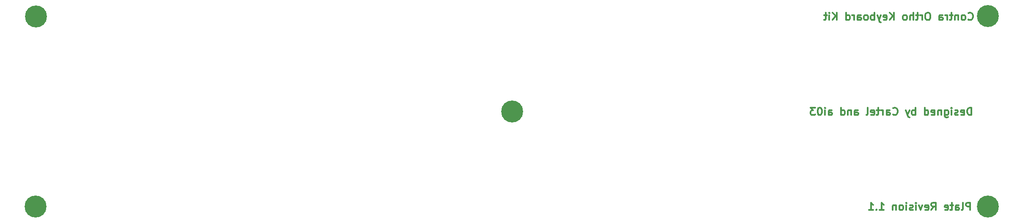
<source format=gbs>
%TF.GenerationSoftware,KiCad,Pcbnew,4.0.6*%
%TF.CreationDate,2018-01-01T22:22:08+09:00*%
%TF.ProjectId,DanckTopPlate,44616E636B546F70506C6174652E6B69,rev?*%
%TF.FileFunction,Soldermask,Bot*%
%FSLAX46Y46*%
G04 Gerber Fmt 4.6, Leading zero omitted, Abs format (unit mm)*
G04 Created by KiCad (PCBNEW 4.0.6) date 01/01/18 22:22:08*
%MOMM*%
%LPD*%
G01*
G04 APERTURE LIST*
%ADD10C,0.100000*%
%ADD11C,0.300000*%
%ADD12C,4.400000*%
G04 APERTURE END LIST*
D10*
D11*
X242898142Y-125138571D02*
X242898142Y-123638571D01*
X242326714Y-123638571D01*
X242183856Y-123710000D01*
X242112428Y-123781429D01*
X242040999Y-123924286D01*
X242040999Y-124138571D01*
X242112428Y-124281429D01*
X242183856Y-124352857D01*
X242326714Y-124424286D01*
X242898142Y-124424286D01*
X241183856Y-125138571D02*
X241326714Y-125067143D01*
X241398142Y-124924286D01*
X241398142Y-123638571D01*
X239969571Y-125138571D02*
X239969571Y-124352857D01*
X240041000Y-124210000D01*
X240183857Y-124138571D01*
X240469571Y-124138571D01*
X240612428Y-124210000D01*
X239969571Y-125067143D02*
X240112428Y-125138571D01*
X240469571Y-125138571D01*
X240612428Y-125067143D01*
X240683857Y-124924286D01*
X240683857Y-124781429D01*
X240612428Y-124638571D01*
X240469571Y-124567143D01*
X240112428Y-124567143D01*
X239969571Y-124495714D01*
X239469571Y-124138571D02*
X238898142Y-124138571D01*
X239255285Y-123638571D02*
X239255285Y-124924286D01*
X239183857Y-125067143D01*
X239040999Y-125138571D01*
X238898142Y-125138571D01*
X237826714Y-125067143D02*
X237969571Y-125138571D01*
X238255285Y-125138571D01*
X238398142Y-125067143D01*
X238469571Y-124924286D01*
X238469571Y-124352857D01*
X238398142Y-124210000D01*
X238255285Y-124138571D01*
X237969571Y-124138571D01*
X237826714Y-124210000D01*
X237755285Y-124352857D01*
X237755285Y-124495714D01*
X238469571Y-124638571D01*
X235112428Y-125138571D02*
X235612428Y-124424286D01*
X235969571Y-125138571D02*
X235969571Y-123638571D01*
X235398143Y-123638571D01*
X235255285Y-123710000D01*
X235183857Y-123781429D01*
X235112428Y-123924286D01*
X235112428Y-124138571D01*
X235183857Y-124281429D01*
X235255285Y-124352857D01*
X235398143Y-124424286D01*
X235969571Y-124424286D01*
X233898143Y-125067143D02*
X234041000Y-125138571D01*
X234326714Y-125138571D01*
X234469571Y-125067143D01*
X234541000Y-124924286D01*
X234541000Y-124352857D01*
X234469571Y-124210000D01*
X234326714Y-124138571D01*
X234041000Y-124138571D01*
X233898143Y-124210000D01*
X233826714Y-124352857D01*
X233826714Y-124495714D01*
X234541000Y-124638571D01*
X233326714Y-124138571D02*
X232969571Y-125138571D01*
X232612429Y-124138571D01*
X232041000Y-125138571D02*
X232041000Y-124138571D01*
X232041000Y-123638571D02*
X232112429Y-123710000D01*
X232041000Y-123781429D01*
X231969572Y-123710000D01*
X232041000Y-123638571D01*
X232041000Y-123781429D01*
X231398143Y-125067143D02*
X231255286Y-125138571D01*
X230969571Y-125138571D01*
X230826714Y-125067143D01*
X230755286Y-124924286D01*
X230755286Y-124852857D01*
X230826714Y-124710000D01*
X230969571Y-124638571D01*
X231183857Y-124638571D01*
X231326714Y-124567143D01*
X231398143Y-124424286D01*
X231398143Y-124352857D01*
X231326714Y-124210000D01*
X231183857Y-124138571D01*
X230969571Y-124138571D01*
X230826714Y-124210000D01*
X230112428Y-125138571D02*
X230112428Y-124138571D01*
X230112428Y-123638571D02*
X230183857Y-123710000D01*
X230112428Y-123781429D01*
X230041000Y-123710000D01*
X230112428Y-123638571D01*
X230112428Y-123781429D01*
X229183856Y-125138571D02*
X229326714Y-125067143D01*
X229398142Y-124995714D01*
X229469571Y-124852857D01*
X229469571Y-124424286D01*
X229398142Y-124281429D01*
X229326714Y-124210000D01*
X229183856Y-124138571D01*
X228969571Y-124138571D01*
X228826714Y-124210000D01*
X228755285Y-124281429D01*
X228683856Y-124424286D01*
X228683856Y-124852857D01*
X228755285Y-124995714D01*
X228826714Y-125067143D01*
X228969571Y-125138571D01*
X229183856Y-125138571D01*
X228040999Y-124138571D02*
X228040999Y-125138571D01*
X228040999Y-124281429D02*
X227969571Y-124210000D01*
X227826713Y-124138571D01*
X227612428Y-124138571D01*
X227469571Y-124210000D01*
X227398142Y-124352857D01*
X227398142Y-125138571D01*
X224755285Y-125138571D02*
X225612428Y-125138571D01*
X225183856Y-125138571D02*
X225183856Y-123638571D01*
X225326713Y-123852857D01*
X225469571Y-123995714D01*
X225612428Y-124067143D01*
X224112428Y-124995714D02*
X224041000Y-125067143D01*
X224112428Y-125138571D01*
X224183857Y-125067143D01*
X224112428Y-124995714D01*
X224112428Y-125138571D01*
X222612428Y-125138571D02*
X223469571Y-125138571D01*
X223040999Y-125138571D02*
X223040999Y-123638571D01*
X223183856Y-123852857D01*
X223326714Y-123995714D01*
X223469571Y-124067143D01*
X243147428Y-106088571D02*
X243147428Y-104588571D01*
X242790285Y-104588571D01*
X242576000Y-104660000D01*
X242433142Y-104802857D01*
X242361714Y-104945714D01*
X242290285Y-105231429D01*
X242290285Y-105445714D01*
X242361714Y-105731429D01*
X242433142Y-105874286D01*
X242576000Y-106017143D01*
X242790285Y-106088571D01*
X243147428Y-106088571D01*
X241076000Y-106017143D02*
X241218857Y-106088571D01*
X241504571Y-106088571D01*
X241647428Y-106017143D01*
X241718857Y-105874286D01*
X241718857Y-105302857D01*
X241647428Y-105160000D01*
X241504571Y-105088571D01*
X241218857Y-105088571D01*
X241076000Y-105160000D01*
X241004571Y-105302857D01*
X241004571Y-105445714D01*
X241718857Y-105588571D01*
X240433143Y-106017143D02*
X240290286Y-106088571D01*
X240004571Y-106088571D01*
X239861714Y-106017143D01*
X239790286Y-105874286D01*
X239790286Y-105802857D01*
X239861714Y-105660000D01*
X240004571Y-105588571D01*
X240218857Y-105588571D01*
X240361714Y-105517143D01*
X240433143Y-105374286D01*
X240433143Y-105302857D01*
X240361714Y-105160000D01*
X240218857Y-105088571D01*
X240004571Y-105088571D01*
X239861714Y-105160000D01*
X239147428Y-106088571D02*
X239147428Y-105088571D01*
X239147428Y-104588571D02*
X239218857Y-104660000D01*
X239147428Y-104731429D01*
X239076000Y-104660000D01*
X239147428Y-104588571D01*
X239147428Y-104731429D01*
X237790285Y-105088571D02*
X237790285Y-106302857D01*
X237861714Y-106445714D01*
X237933142Y-106517143D01*
X238075999Y-106588571D01*
X238290285Y-106588571D01*
X238433142Y-106517143D01*
X237790285Y-106017143D02*
X237933142Y-106088571D01*
X238218856Y-106088571D01*
X238361714Y-106017143D01*
X238433142Y-105945714D01*
X238504571Y-105802857D01*
X238504571Y-105374286D01*
X238433142Y-105231429D01*
X238361714Y-105160000D01*
X238218856Y-105088571D01*
X237933142Y-105088571D01*
X237790285Y-105160000D01*
X237075999Y-105088571D02*
X237075999Y-106088571D01*
X237075999Y-105231429D02*
X237004571Y-105160000D01*
X236861713Y-105088571D01*
X236647428Y-105088571D01*
X236504571Y-105160000D01*
X236433142Y-105302857D01*
X236433142Y-106088571D01*
X235147428Y-106017143D02*
X235290285Y-106088571D01*
X235575999Y-106088571D01*
X235718856Y-106017143D01*
X235790285Y-105874286D01*
X235790285Y-105302857D01*
X235718856Y-105160000D01*
X235575999Y-105088571D01*
X235290285Y-105088571D01*
X235147428Y-105160000D01*
X235075999Y-105302857D01*
X235075999Y-105445714D01*
X235790285Y-105588571D01*
X233790285Y-106088571D02*
X233790285Y-104588571D01*
X233790285Y-106017143D02*
X233933142Y-106088571D01*
X234218856Y-106088571D01*
X234361714Y-106017143D01*
X234433142Y-105945714D01*
X234504571Y-105802857D01*
X234504571Y-105374286D01*
X234433142Y-105231429D01*
X234361714Y-105160000D01*
X234218856Y-105088571D01*
X233933142Y-105088571D01*
X233790285Y-105160000D01*
X231933142Y-106088571D02*
X231933142Y-104588571D01*
X231933142Y-105160000D02*
X231790285Y-105088571D01*
X231504571Y-105088571D01*
X231361714Y-105160000D01*
X231290285Y-105231429D01*
X231218856Y-105374286D01*
X231218856Y-105802857D01*
X231290285Y-105945714D01*
X231361714Y-106017143D01*
X231504571Y-106088571D01*
X231790285Y-106088571D01*
X231933142Y-106017143D01*
X230718856Y-105088571D02*
X230361713Y-106088571D01*
X230004571Y-105088571D02*
X230361713Y-106088571D01*
X230504571Y-106445714D01*
X230575999Y-106517143D01*
X230718856Y-106588571D01*
X227433142Y-105945714D02*
X227504571Y-106017143D01*
X227718857Y-106088571D01*
X227861714Y-106088571D01*
X228075999Y-106017143D01*
X228218857Y-105874286D01*
X228290285Y-105731429D01*
X228361714Y-105445714D01*
X228361714Y-105231429D01*
X228290285Y-104945714D01*
X228218857Y-104802857D01*
X228075999Y-104660000D01*
X227861714Y-104588571D01*
X227718857Y-104588571D01*
X227504571Y-104660000D01*
X227433142Y-104731429D01*
X226147428Y-106088571D02*
X226147428Y-105302857D01*
X226218857Y-105160000D01*
X226361714Y-105088571D01*
X226647428Y-105088571D01*
X226790285Y-105160000D01*
X226147428Y-106017143D02*
X226290285Y-106088571D01*
X226647428Y-106088571D01*
X226790285Y-106017143D01*
X226861714Y-105874286D01*
X226861714Y-105731429D01*
X226790285Y-105588571D01*
X226647428Y-105517143D01*
X226290285Y-105517143D01*
X226147428Y-105445714D01*
X225433142Y-106088571D02*
X225433142Y-105088571D01*
X225433142Y-105374286D02*
X225361714Y-105231429D01*
X225290285Y-105160000D01*
X225147428Y-105088571D01*
X225004571Y-105088571D01*
X224718857Y-105088571D02*
X224147428Y-105088571D01*
X224504571Y-104588571D02*
X224504571Y-105874286D01*
X224433143Y-106017143D01*
X224290285Y-106088571D01*
X224147428Y-106088571D01*
X223076000Y-106017143D02*
X223218857Y-106088571D01*
X223504571Y-106088571D01*
X223647428Y-106017143D01*
X223718857Y-105874286D01*
X223718857Y-105302857D01*
X223647428Y-105160000D01*
X223504571Y-105088571D01*
X223218857Y-105088571D01*
X223076000Y-105160000D01*
X223004571Y-105302857D01*
X223004571Y-105445714D01*
X223718857Y-105588571D01*
X222147428Y-106088571D02*
X222290286Y-106017143D01*
X222361714Y-105874286D01*
X222361714Y-104588571D01*
X219790286Y-106088571D02*
X219790286Y-105302857D01*
X219861715Y-105160000D01*
X220004572Y-105088571D01*
X220290286Y-105088571D01*
X220433143Y-105160000D01*
X219790286Y-106017143D02*
X219933143Y-106088571D01*
X220290286Y-106088571D01*
X220433143Y-106017143D01*
X220504572Y-105874286D01*
X220504572Y-105731429D01*
X220433143Y-105588571D01*
X220290286Y-105517143D01*
X219933143Y-105517143D01*
X219790286Y-105445714D01*
X219076000Y-105088571D02*
X219076000Y-106088571D01*
X219076000Y-105231429D02*
X219004572Y-105160000D01*
X218861714Y-105088571D01*
X218647429Y-105088571D01*
X218504572Y-105160000D01*
X218433143Y-105302857D01*
X218433143Y-106088571D01*
X217076000Y-106088571D02*
X217076000Y-104588571D01*
X217076000Y-106017143D02*
X217218857Y-106088571D01*
X217504571Y-106088571D01*
X217647429Y-106017143D01*
X217718857Y-105945714D01*
X217790286Y-105802857D01*
X217790286Y-105374286D01*
X217718857Y-105231429D01*
X217647429Y-105160000D01*
X217504571Y-105088571D01*
X217218857Y-105088571D01*
X217076000Y-105160000D01*
X214576000Y-106088571D02*
X214576000Y-105302857D01*
X214647429Y-105160000D01*
X214790286Y-105088571D01*
X215076000Y-105088571D01*
X215218857Y-105160000D01*
X214576000Y-106017143D02*
X214718857Y-106088571D01*
X215076000Y-106088571D01*
X215218857Y-106017143D01*
X215290286Y-105874286D01*
X215290286Y-105731429D01*
X215218857Y-105588571D01*
X215076000Y-105517143D01*
X214718857Y-105517143D01*
X214576000Y-105445714D01*
X213861714Y-106088571D02*
X213861714Y-105088571D01*
X213861714Y-104588571D02*
X213933143Y-104660000D01*
X213861714Y-104731429D01*
X213790286Y-104660000D01*
X213861714Y-104588571D01*
X213861714Y-104731429D01*
X212861714Y-104588571D02*
X212718857Y-104588571D01*
X212576000Y-104660000D01*
X212504571Y-104731429D01*
X212433142Y-104874286D01*
X212361714Y-105160000D01*
X212361714Y-105517143D01*
X212433142Y-105802857D01*
X212504571Y-105945714D01*
X212576000Y-106017143D01*
X212718857Y-106088571D01*
X212861714Y-106088571D01*
X213004571Y-106017143D01*
X213076000Y-105945714D01*
X213147428Y-105802857D01*
X213218857Y-105517143D01*
X213218857Y-105160000D01*
X213147428Y-104874286D01*
X213076000Y-104731429D01*
X213004571Y-104660000D01*
X212861714Y-104588571D01*
X211861714Y-104588571D02*
X210933143Y-104588571D01*
X211433143Y-105160000D01*
X211218857Y-105160000D01*
X211076000Y-105231429D01*
X211004571Y-105302857D01*
X210933143Y-105445714D01*
X210933143Y-105802857D01*
X211004571Y-105945714D01*
X211076000Y-106017143D01*
X211218857Y-106088571D01*
X211647429Y-106088571D01*
X211790286Y-106017143D01*
X211861714Y-105945714D01*
X242492857Y-86895714D02*
X242564286Y-86967143D01*
X242778572Y-87038571D01*
X242921429Y-87038571D01*
X243135714Y-86967143D01*
X243278572Y-86824286D01*
X243350000Y-86681429D01*
X243421429Y-86395714D01*
X243421429Y-86181429D01*
X243350000Y-85895714D01*
X243278572Y-85752857D01*
X243135714Y-85610000D01*
X242921429Y-85538571D01*
X242778572Y-85538571D01*
X242564286Y-85610000D01*
X242492857Y-85681429D01*
X241635714Y-87038571D02*
X241778572Y-86967143D01*
X241850000Y-86895714D01*
X241921429Y-86752857D01*
X241921429Y-86324286D01*
X241850000Y-86181429D01*
X241778572Y-86110000D01*
X241635714Y-86038571D01*
X241421429Y-86038571D01*
X241278572Y-86110000D01*
X241207143Y-86181429D01*
X241135714Y-86324286D01*
X241135714Y-86752857D01*
X241207143Y-86895714D01*
X241278572Y-86967143D01*
X241421429Y-87038571D01*
X241635714Y-87038571D01*
X240492857Y-86038571D02*
X240492857Y-87038571D01*
X240492857Y-86181429D02*
X240421429Y-86110000D01*
X240278571Y-86038571D01*
X240064286Y-86038571D01*
X239921429Y-86110000D01*
X239850000Y-86252857D01*
X239850000Y-87038571D01*
X239350000Y-86038571D02*
X238778571Y-86038571D01*
X239135714Y-85538571D02*
X239135714Y-86824286D01*
X239064286Y-86967143D01*
X238921428Y-87038571D01*
X238778571Y-87038571D01*
X238278571Y-87038571D02*
X238278571Y-86038571D01*
X238278571Y-86324286D02*
X238207143Y-86181429D01*
X238135714Y-86110000D01*
X237992857Y-86038571D01*
X237850000Y-86038571D01*
X236707143Y-87038571D02*
X236707143Y-86252857D01*
X236778572Y-86110000D01*
X236921429Y-86038571D01*
X237207143Y-86038571D01*
X237350000Y-86110000D01*
X236707143Y-86967143D02*
X236850000Y-87038571D01*
X237207143Y-87038571D01*
X237350000Y-86967143D01*
X237421429Y-86824286D01*
X237421429Y-86681429D01*
X237350000Y-86538571D01*
X237207143Y-86467143D01*
X236850000Y-86467143D01*
X236707143Y-86395714D01*
X234564286Y-85538571D02*
X234278572Y-85538571D01*
X234135714Y-85610000D01*
X233992857Y-85752857D01*
X233921429Y-86038571D01*
X233921429Y-86538571D01*
X233992857Y-86824286D01*
X234135714Y-86967143D01*
X234278572Y-87038571D01*
X234564286Y-87038571D01*
X234707143Y-86967143D01*
X234850000Y-86824286D01*
X234921429Y-86538571D01*
X234921429Y-86038571D01*
X234850000Y-85752857D01*
X234707143Y-85610000D01*
X234564286Y-85538571D01*
X233278571Y-87038571D02*
X233278571Y-86038571D01*
X233278571Y-86324286D02*
X233207143Y-86181429D01*
X233135714Y-86110000D01*
X232992857Y-86038571D01*
X232850000Y-86038571D01*
X232564286Y-86038571D02*
X231992857Y-86038571D01*
X232350000Y-85538571D02*
X232350000Y-86824286D01*
X232278572Y-86967143D01*
X232135714Y-87038571D01*
X231992857Y-87038571D01*
X231492857Y-87038571D02*
X231492857Y-85538571D01*
X230850000Y-87038571D02*
X230850000Y-86252857D01*
X230921429Y-86110000D01*
X231064286Y-86038571D01*
X231278571Y-86038571D01*
X231421429Y-86110000D01*
X231492857Y-86181429D01*
X229921428Y-87038571D02*
X230064286Y-86967143D01*
X230135714Y-86895714D01*
X230207143Y-86752857D01*
X230207143Y-86324286D01*
X230135714Y-86181429D01*
X230064286Y-86110000D01*
X229921428Y-86038571D01*
X229707143Y-86038571D01*
X229564286Y-86110000D01*
X229492857Y-86181429D01*
X229421428Y-86324286D01*
X229421428Y-86752857D01*
X229492857Y-86895714D01*
X229564286Y-86967143D01*
X229707143Y-87038571D01*
X229921428Y-87038571D01*
X227635714Y-87038571D02*
X227635714Y-85538571D01*
X226778571Y-87038571D02*
X227421428Y-86181429D01*
X226778571Y-85538571D02*
X227635714Y-86395714D01*
X225564286Y-86967143D02*
X225707143Y-87038571D01*
X225992857Y-87038571D01*
X226135714Y-86967143D01*
X226207143Y-86824286D01*
X226207143Y-86252857D01*
X226135714Y-86110000D01*
X225992857Y-86038571D01*
X225707143Y-86038571D01*
X225564286Y-86110000D01*
X225492857Y-86252857D01*
X225492857Y-86395714D01*
X226207143Y-86538571D01*
X224992857Y-86038571D02*
X224635714Y-87038571D01*
X224278572Y-86038571D02*
X224635714Y-87038571D01*
X224778572Y-87395714D01*
X224850000Y-87467143D01*
X224992857Y-87538571D01*
X223707143Y-87038571D02*
X223707143Y-85538571D01*
X223707143Y-86110000D02*
X223564286Y-86038571D01*
X223278572Y-86038571D01*
X223135715Y-86110000D01*
X223064286Y-86181429D01*
X222992857Y-86324286D01*
X222992857Y-86752857D01*
X223064286Y-86895714D01*
X223135715Y-86967143D01*
X223278572Y-87038571D01*
X223564286Y-87038571D01*
X223707143Y-86967143D01*
X222135714Y-87038571D02*
X222278572Y-86967143D01*
X222350000Y-86895714D01*
X222421429Y-86752857D01*
X222421429Y-86324286D01*
X222350000Y-86181429D01*
X222278572Y-86110000D01*
X222135714Y-86038571D01*
X221921429Y-86038571D01*
X221778572Y-86110000D01*
X221707143Y-86181429D01*
X221635714Y-86324286D01*
X221635714Y-86752857D01*
X221707143Y-86895714D01*
X221778572Y-86967143D01*
X221921429Y-87038571D01*
X222135714Y-87038571D01*
X220350000Y-87038571D02*
X220350000Y-86252857D01*
X220421429Y-86110000D01*
X220564286Y-86038571D01*
X220850000Y-86038571D01*
X220992857Y-86110000D01*
X220350000Y-86967143D02*
X220492857Y-87038571D01*
X220850000Y-87038571D01*
X220992857Y-86967143D01*
X221064286Y-86824286D01*
X221064286Y-86681429D01*
X220992857Y-86538571D01*
X220850000Y-86467143D01*
X220492857Y-86467143D01*
X220350000Y-86395714D01*
X219635714Y-87038571D02*
X219635714Y-86038571D01*
X219635714Y-86324286D02*
X219564286Y-86181429D01*
X219492857Y-86110000D01*
X219350000Y-86038571D01*
X219207143Y-86038571D01*
X218064286Y-87038571D02*
X218064286Y-85538571D01*
X218064286Y-86967143D02*
X218207143Y-87038571D01*
X218492857Y-87038571D01*
X218635715Y-86967143D01*
X218707143Y-86895714D01*
X218778572Y-86752857D01*
X218778572Y-86324286D01*
X218707143Y-86181429D01*
X218635715Y-86110000D01*
X218492857Y-86038571D01*
X218207143Y-86038571D01*
X218064286Y-86110000D01*
X216207143Y-87038571D02*
X216207143Y-85538571D01*
X215350000Y-87038571D02*
X215992857Y-86181429D01*
X215350000Y-85538571D02*
X216207143Y-86395714D01*
X214707143Y-87038571D02*
X214707143Y-86038571D01*
X214707143Y-85538571D02*
X214778572Y-85610000D01*
X214707143Y-85681429D01*
X214635715Y-85610000D01*
X214707143Y-85538571D01*
X214707143Y-85681429D01*
X214207143Y-86038571D02*
X213635714Y-86038571D01*
X213992857Y-85538571D02*
X213992857Y-86824286D01*
X213921429Y-86967143D01*
X213778571Y-87038571D01*
X213635714Y-87038571D01*
D12*
X56007000Y-86360000D03*
X55880000Y-124460000D03*
X151257000Y-105410000D03*
X246380000Y-86233000D03*
X246380000Y-124460000D03*
M02*

</source>
